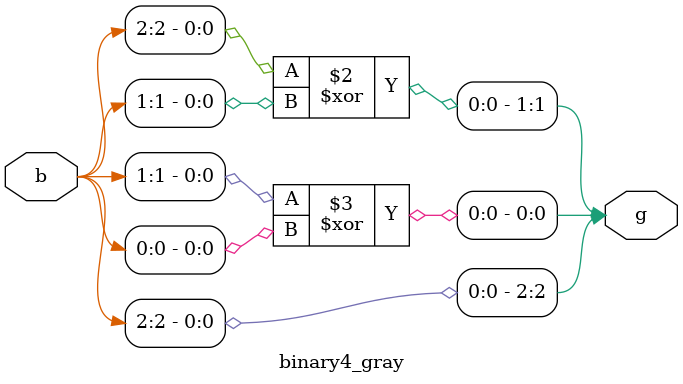
<source format=v>
module binary4_gray(g,b);
  input [2:0]b;
  output reg [2:0]g;
  always @(b)
    begin
   g[2]=b[2];
   g[1]=b[2]^b[1];
   g[0]=b[1]^b[0];
    end 
endmodule
</source>
